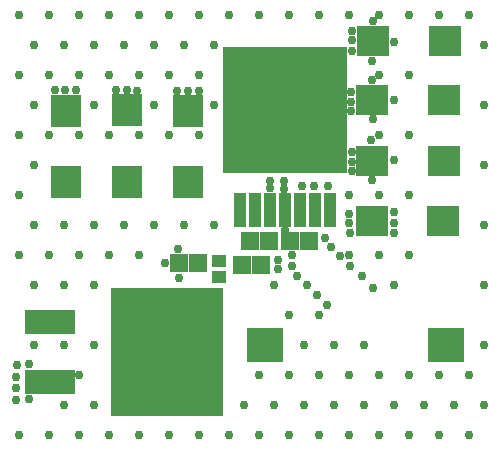
<source format=gts>
G04*
G04 #@! TF.GenerationSoftware,Altium Limited,Altium Designer,22.7.1 (60)*
G04*
G04 Layer_Color=8388736*
%FSLAX44Y44*%
%MOMM*%
G71*
G04*
G04 #@! TF.SameCoordinates,592D77DD-D8C5-47A4-952F-68E34D40BC98*
G04*
G04*
G04 #@! TF.FilePolarity,Negative*
G04*
G01*
G75*
%ADD27R,2.6532X2.7532*%
%ADD28R,10.6172X10.6680*%
%ADD29R,1.0668X2.8956*%
%ADD30R,2.7532X2.6532*%
%ADD31R,1.5032X1.6032*%
%ADD32R,1.1532X1.0532*%
%ADD33R,9.5032X10.9532*%
%ADD34R,4.3532X2.0532*%
%ADD35R,3.1232X2.9932*%
%ADD36C,0.7620*%
D27*
X956056Y721844D02*
D03*
Y782344D02*
D03*
X904240Y722098D02*
D03*
Y782598D02*
D03*
X852170Y721844D02*
D03*
Y782344D02*
D03*
D28*
X1037590Y782574D02*
D03*
D29*
X1075690Y698246D02*
D03*
X1062990D02*
D03*
X1050290D02*
D03*
X1037590D02*
D03*
X1024890D02*
D03*
X1012190D02*
D03*
X999490D02*
D03*
D30*
X1173250Y841248D02*
D03*
X1112750D02*
D03*
X1172234Y791210D02*
D03*
X1111734D02*
D03*
X1172234Y740156D02*
D03*
X1111734D02*
D03*
X1171726Y688594D02*
D03*
X1111226D02*
D03*
D31*
X1042290Y671830D02*
D03*
X1058290D02*
D03*
X1024000D02*
D03*
X1008000D02*
D03*
X1001396Y651764D02*
D03*
X1017396D02*
D03*
X964310Y653034D02*
D03*
X948310D02*
D03*
D32*
X982218Y654708D02*
D03*
Y641708D02*
D03*
D33*
X937768Y578358D02*
D03*
D34*
X838768Y552958D02*
D03*
Y603758D02*
D03*
D35*
X1174638Y584200D02*
D03*
X1020938D02*
D03*
D36*
X1193800Y863600D02*
D03*
X1206500Y838200D02*
D03*
Y787400D02*
D03*
Y736600D02*
D03*
Y685800D02*
D03*
Y635000D02*
D03*
Y584200D02*
D03*
X1193800Y558800D02*
D03*
X1206500Y533400D02*
D03*
X1193800Y508000D02*
D03*
X1168400Y863600D02*
D03*
Y558800D02*
D03*
X1181100Y533400D02*
D03*
X1168400Y508000D02*
D03*
X1143000Y863600D02*
D03*
Y812800D02*
D03*
Y762000D02*
D03*
Y711200D02*
D03*
Y660400D02*
D03*
Y558800D02*
D03*
X1155700Y533400D02*
D03*
X1143000Y508000D02*
D03*
X1117600Y863600D02*
D03*
Y812800D02*
D03*
Y762000D02*
D03*
Y711200D02*
D03*
Y660400D02*
D03*
X1130300Y635000D02*
D03*
X1117600Y558800D02*
D03*
X1130300Y533400D02*
D03*
X1117600Y508000D02*
D03*
X1092200Y863600D02*
D03*
Y711200D02*
D03*
Y660400D02*
D03*
X1104900Y584200D02*
D03*
X1092200Y558800D02*
D03*
X1104900Y533400D02*
D03*
X1092200Y508000D02*
D03*
X1066800Y863600D02*
D03*
Y609600D02*
D03*
X1079500Y584200D02*
D03*
X1066800Y558800D02*
D03*
X1079500Y533400D02*
D03*
X1066800Y508000D02*
D03*
X1041400Y863600D02*
D03*
Y609600D02*
D03*
X1054100Y584200D02*
D03*
X1041400Y558800D02*
D03*
X1054100Y533400D02*
D03*
X1041400Y508000D02*
D03*
X1016000Y863600D02*
D03*
X1028700Y635000D02*
D03*
X1016000Y558800D02*
D03*
X1028700Y533400D02*
D03*
X1016000Y508000D02*
D03*
X990600Y863600D02*
D03*
X1003300Y533400D02*
D03*
X990600Y508000D02*
D03*
X965200Y863600D02*
D03*
X977900Y838200D02*
D03*
X965200Y812800D02*
D03*
X977900Y787400D02*
D03*
X965200Y762000D02*
D03*
X977900Y685800D02*
D03*
X965200Y508000D02*
D03*
X939800Y863600D02*
D03*
X952500Y838200D02*
D03*
X939800Y812800D02*
D03*
Y762000D02*
D03*
X952500Y685800D02*
D03*
X939800Y508000D02*
D03*
X914400Y863600D02*
D03*
X927100Y838200D02*
D03*
X914400Y812800D02*
D03*
X927100Y787400D02*
D03*
X914400Y762000D02*
D03*
X927100Y685800D02*
D03*
X914400Y660400D02*
D03*
Y508000D02*
D03*
X889000Y863600D02*
D03*
X901700Y838200D02*
D03*
X889000Y812800D02*
D03*
Y762000D02*
D03*
X901700Y685800D02*
D03*
X889000Y660400D02*
D03*
Y508000D02*
D03*
X863600Y863600D02*
D03*
X876300Y838200D02*
D03*
X863600Y812800D02*
D03*
X876300Y787400D02*
D03*
X863600Y762000D02*
D03*
X876300Y685800D02*
D03*
X863600Y660400D02*
D03*
X876300Y635000D02*
D03*
Y584200D02*
D03*
X863600Y558800D02*
D03*
X876300Y533400D02*
D03*
X863600Y508000D02*
D03*
X838200Y863600D02*
D03*
X850900Y838200D02*
D03*
X838200Y812800D02*
D03*
Y762000D02*
D03*
X850900Y685800D02*
D03*
X838200Y660400D02*
D03*
X850900Y635000D02*
D03*
Y584200D02*
D03*
Y533400D02*
D03*
X838200Y508000D02*
D03*
X812800Y863600D02*
D03*
X825500Y838200D02*
D03*
X812800Y812800D02*
D03*
X825500Y787400D02*
D03*
X812800Y762000D02*
D03*
X825500Y736600D02*
D03*
X812800Y711200D02*
D03*
X825500Y685800D02*
D03*
X812800Y660400D02*
D03*
X825500Y635000D02*
D03*
Y584200D02*
D03*
X812800Y508000D02*
D03*
X1112012Y858266D02*
D03*
X1130046Y840232D02*
D03*
X1111250Y824230D02*
D03*
X1111758Y807974D02*
D03*
X1130046Y791718D02*
D03*
X1112012Y774954D02*
D03*
X1110996Y757682D02*
D03*
X1130046Y740918D02*
D03*
X1111504Y723392D02*
D03*
X1130046Y696722D02*
D03*
X1129792Y687578D02*
D03*
Y678434D02*
D03*
X1073404Y617982D02*
D03*
X1065276Y626618D02*
D03*
X1056640Y634492D02*
D03*
X1048004Y642620D02*
D03*
X1112266Y632460D02*
D03*
X1102868Y642366D02*
D03*
X1093216Y650748D02*
D03*
X1084580Y659384D02*
D03*
X1076960Y666750D02*
D03*
X1072134Y674624D02*
D03*
X1074166Y718566D02*
D03*
X1062482D02*
D03*
X1052068D02*
D03*
X1043432Y651256D02*
D03*
Y659892D02*
D03*
X948182Y640334D02*
D03*
X936244Y653034D02*
D03*
X947674Y664972D02*
D03*
X964692Y799084D02*
D03*
X956056D02*
D03*
X946658D02*
D03*
X912876Y799338D02*
D03*
X904240Y799592D02*
D03*
X895096D02*
D03*
X860806Y799846D02*
D03*
X851916Y799592D02*
D03*
X842772Y799846D02*
D03*
X1059688Y800100D02*
D03*
X1017016Y802132D02*
D03*
X1057656Y764794D02*
D03*
X1017524Y765048D02*
D03*
X1074166Y748538D02*
D03*
X1038352Y747776D02*
D03*
X997204Y747522D02*
D03*
X1073404Y783590D02*
D03*
X1037590Y783336D02*
D03*
X998728Y783590D02*
D03*
X1074166Y818134D02*
D03*
X1037844Y817626D02*
D03*
X997458Y817118D02*
D03*
X1094232Y849630D02*
D03*
X1094486Y842010D02*
D03*
X1094740Y833120D02*
D03*
X1093724Y798068D02*
D03*
X1093978Y789940D02*
D03*
Y781812D02*
D03*
X1094486Y747776D02*
D03*
X1094232Y739140D02*
D03*
Y731012D02*
D03*
X1092454Y695198D02*
D03*
Y687070D02*
D03*
X1092708Y678688D02*
D03*
X1037336Y722884D02*
D03*
Y715772D02*
D03*
X1037590Y681736D02*
D03*
X810768Y567436D02*
D03*
X821182Y567690D02*
D03*
X821436Y537972D02*
D03*
X810514Y537718D02*
D03*
Y547878D02*
D03*
Y557276D02*
D03*
X1024890Y716788D02*
D03*
Y723138D02*
D03*
X1032256Y648208D02*
D03*
Y656082D02*
D03*
M02*

</source>
